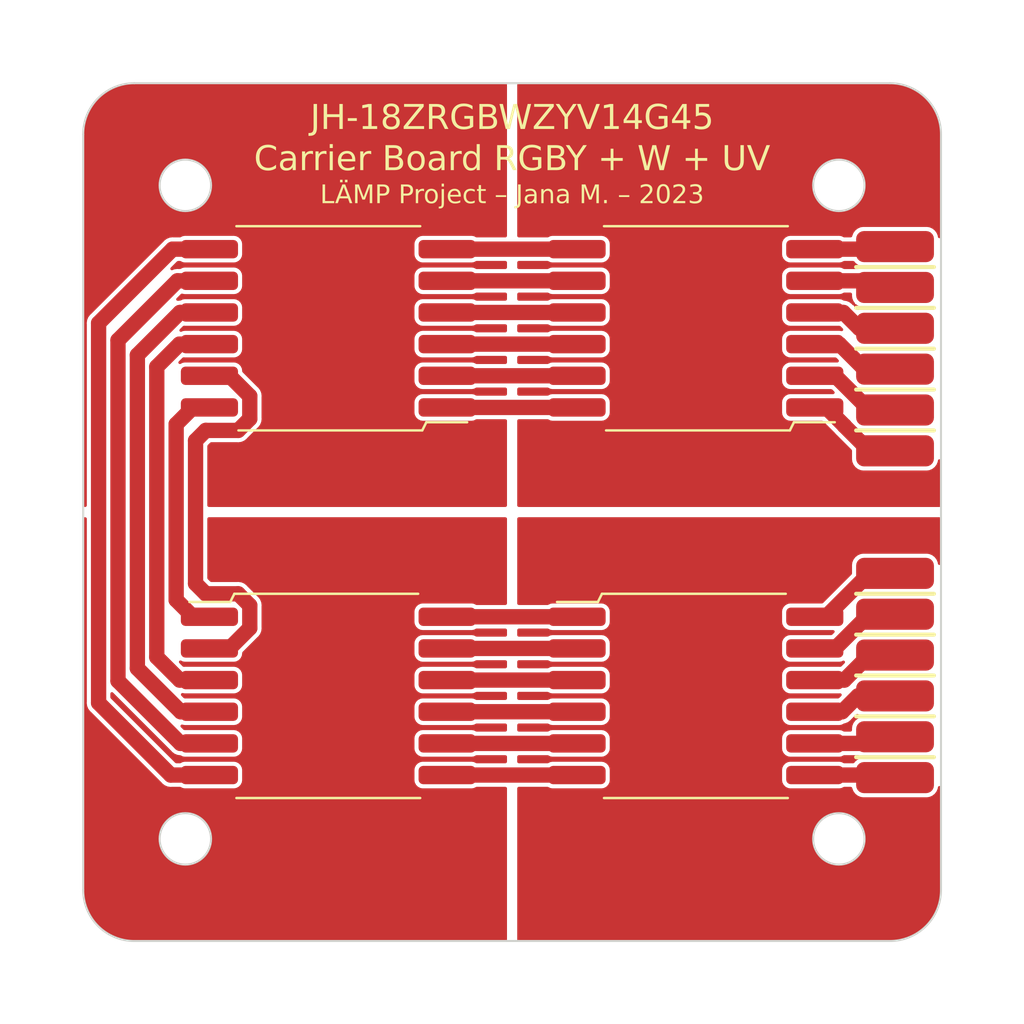
<source format=kicad_pcb>
(kicad_pcb (version 20221018) (generator pcbnew)
  (layers (0 "F.Cu" signal) (31 "B.Cu" signal) (34 "B.Paste" user) (35 "F.Paste" user) (36 "B.SilkS" user "B.Silkscreen") (37 "F.SilkS" user "F.Silkscreen") (38 "B.Mask" user) (39 "F.Mask" user) (44 "Edge.Cuts" user))
  (net 0 "")
  (net 1 "Y+")
  (net 2 "V+")
  (net 3 "W+")
  (net 4 "R+")
  (net 5 "G+")
  (net 6 "B+")
  (net 7 "Net-(D1-Pad7)")
  (net 8 "Net-(D1-Pad8)")
  (net 9 "Net-(D1-Pad9)")
  (net 10 "Net-(D1-Pad10)")
  (net 11 "Net-(D1-Pad11)")
  (net 12 "Net-(D1-Pad12)")
  (net 13 "P1")
  (net 14 "Net-(D2-Pad7)")
  (net 15 "Net-(D2-Pad8)")
  (net 16 "Net-(D2-Pad9)")
  (net 17 "Net-(D2-Pad10)")
  (net 18 "Net-(D2-Pad11)")
  (net 19 "Net-(D2-Pad12)")
  (net 20 "P2")
  (net 21 "Net-(D3-Pad7)")
  (net 22 "Net-(D3-Pad8)")
  (net 23 "Net-(D3-Pad9)")
  (net 24 "Net-(D3-Pad10)")
  (net 25 "Net-(D3-Pad11)")
  (net 26 "Net-(D3-Pad12)")
  (net 27 "P3")
  (net 28 "B-")
  (net 29 "G-")
  (net 30 "R-")
  (net 31 "W-")
  (net 32 "V-")
  (net 33 "Y-")
  (net 34 "P4")
  (footprint "otter:CONN_1x06_SMD_SIDE" (layer "F.Cu") (at 93.75 67 180)
    (fp_text reference "J1" hide)
    (fp_text value "Pos")
    (fp_line (start -1.905 -4) (end 1.905 -4) (stroke (width 0.2)) (layer "F.SilkS"))
    (fp_line (start -1.905 -2) (end 1.905 -2) (stroke (width 0.2)) (layer "F.SilkS"))
    (fp_line (start -1.905 0) (end 1.905 0) (stroke (width 0.2)) (layer "F.SilkS"))
    (fp_line (start -1.905 2) (end 1.905 2) (stroke (width 0.2)) (layer "F.SilkS"))
    (fp_line (start -1.905 4) (end 1.905 4) (stroke (width 0.2)) (layer "F.SilkS"))
    (pad "1" smd roundrect (at 0 -5 180) (size 3.81 1.524) (layers "F.Cu" "F.Paste" "F.Mask") (net 1 "Y+"))
    (pad "2" smd roundrect (at 0 -3 180) (size 3.81 1.524) (layers "F.Cu" "F.Paste" "F.Mask") (net 2 "V+"))
    (pad "3" smd roundrect (at 0 -1 180) (size 3.81 1.524) (layers "F.Cu" "F.Paste" "F.Mask") (net 3 "W+"))
    (pad "4" smd roundrect (at 0 1 180) (size 3.81 1.524) (layers "F.Cu" "F.Paste" "F.Mask") (net 4 "R+"))
    (pad "5" smd roundrect (at 0 3 180) (size 3.81 1.524) (layers "F.Cu" "F.Paste" "F.Mask") (net 5 "G+"))
    (pad "6" smd roundrect (at 0 5 180) (size 3.81 1.524) (layers "F.Cu" "F.Paste" "F.Mask") (net 6 "B+"))
  )
  (footprint "otter:JH-18ZRGBWZYV14G45" (layer "F.Cu") (at 84 84)
    (fp_text reference "D4" hide)
    (fp_text value "JH-18ZRGBWZYV14G45")
    (fp_line (start -4.8 -4.6) (end -6.8 -4.6) (stroke (width 0.12)) (layer "F.SilkS"))
    (fp_line (start -4.6 -5) (end -4.8 -4.6) (stroke (width 0.12)) (layer "F.SilkS"))
    (fp_line (start 4.4 -5) (end -4.6 -5) (stroke (width 0.12)) (layer "F.SilkS"))
    (fp_line (start 4.5 5) (end -4.5 5) (stroke (width 0.12)) (layer "F.SilkS"))
    (pad "1" smd roundrect (at -5.82 -3.875) (size 2.8 0.9) (layers "F.Cu" "F.Paste" "F.Mask") (net 26 "Net-(D3-Pad12)"))
    (pad "2" smd roundrect (at -5.82 -2.325) (size 2.8 0.9) (layers "F.Cu" "F.Paste" "F.Mask") (net 25 "Net-(D3-Pad11)"))
    (pad "3" smd roundrect (at -5.82 -0.775) (size 2.8 0.9) (layers "F.Cu" "F.Paste" "F.Mask") (net 24 "Net-(D3-Pad10)"))
    (pad "4" smd roundrect (at -5.82 0.775) (size 2.8 0.9) (layers "F.Cu" "F.Paste" "F.Mask") (net 23 "Net-(D3-Pad9)"))
    (pad "5" smd roundrect (at -5.82 2.325) (size 2.8 0.9) (layers "F.Cu" "F.Paste" "F.Mask") (net 22 "Net-(D3-Pad8)"))
    (pad "6" smd roundrect (at -5.82 3.875) (size 2.8 0.9) (layers "F.Cu" "F.Paste" "F.Mask") (net 21 "Net-(D3-Pad7)"))
    (pad "7" smd roundrect (at 5.82 3.875) (size 2.8 0.9) (layers "F.Cu" "F.Paste" "F.Mask") (net 28 "B-"))
    (pad "8" smd roundrect (at 5.82 2.325) (size 2.8 0.9) (layers "F.Cu" "F.Paste" "F.Mask") (net 29 "G-"))
    (pad "9" smd roundrect (at 5.82 0.775) (size 2.8 0.9) (layers "F.Cu" "F.Paste" "F.Mask") (net 30 "R-"))
    (pad "10" smd roundrect (at 5.82 -0.775) (size 2.8 0.9) (layers "F.Cu" "F.Paste" "F.Mask") (net 31 "W-"))
    (pad "11" smd roundrect (at 5.82 -2.325) (size 2.8 0.9) (layers "F.Cu" "F.Paste" "F.Mask") (net 32 "V-"))
    (pad "12" smd roundrect (at 5.82 -3.875) (size 2.8 0.9) (layers "F.Cu" "F.Paste" "F.Mask") (net 33 "Y-"))
    (pad "13" smd circle (at 0 0) (size 5.8 5.8) (layers "F.Cu" "F.Paste" "F.Mask") (net 34 "P4"))
  )
  (footprint "otter:JH-18ZRGBWZYV14G45" (layer "F.Cu") (at 66 84)
    (fp_text reference "D3" hide)
    (fp_text value "JH-18ZRGBWZYV14G45")
    (fp_line (start -4.8 -4.6) (end -6.8 -4.6) (stroke (width 0.12)) (layer "F.SilkS"))
    (fp_line (start -4.6 -5) (end -4.8 -4.6) (stroke (width 0.12)) (layer "F.SilkS"))
    (fp_line (start 4.4 -5) (end -4.6 -5) (stroke (width 0.12)) (layer "F.SilkS"))
    (fp_line (start 4.5 5) (end -4.5 5) (stroke (width 0.12)) (layer "F.SilkS"))
    (pad "1" smd roundrect (at -5.82 -3.875) (size 2.8 0.9) (layers "F.Cu" "F.Paste" "F.Mask") (net 19 "Net-(D2-Pad12)"))
    (pad "2" smd roundrect (at -5.82 -2.325) (size 2.8 0.9) (layers "F.Cu" "F.Paste" "F.Mask") (net 18 "Net-(D2-Pad11)"))
    (pad "3" smd roundrect (at -5.82 -0.775) (size 2.8 0.9) (layers "F.Cu" "F.Paste" "F.Mask") (net 17 "Net-(D2-Pad10)"))
    (pad "4" smd roundrect (at -5.82 0.775) (size 2.8 0.9) (layers "F.Cu" "F.Paste" "F.Mask") (net 16 "Net-(D2-Pad9)"))
    (pad "5" smd roundrect (at -5.82 2.325) (size 2.8 0.9) (layers "F.Cu" "F.Paste" "F.Mask") (net 15 "Net-(D2-Pad8)"))
    (pad "6" smd roundrect (at -5.82 3.875) (size 2.8 0.9) (layers "F.Cu" "F.Paste" "F.Mask") (net 14 "Net-(D2-Pad7)"))
    (pad "7" smd roundrect (at 5.82 3.875) (size 2.8 0.9) (layers "F.Cu" "F.Paste" "F.Mask") (net 21 "Net-(D3-Pad7)"))
    (pad "8" smd roundrect (at 5.82 2.325) (size 2.8 0.9) (layers "F.Cu" "F.Paste" "F.Mask") (net 22 "Net-(D3-Pad8)"))
    (pad "9" smd roundrect (at 5.82 0.775) (size 2.8 0.9) (layers "F.Cu" "F.Paste" "F.Mask") (net 23 "Net-(D3-Pad9)"))
    (pad "10" smd roundrect (at 5.82 -0.775) (size 2.8 0.9) (layers "F.Cu" "F.Paste" "F.Mask") (net 24 "Net-(D3-Pad10)"))
    (pad "11" smd roundrect (at 5.82 -2.325) (size 2.8 0.9) (layers "F.Cu" "F.Paste" "F.Mask") (net 25 "Net-(D3-Pad11)"))
    (pad "12" smd roundrect (at 5.82 -3.875) (size 2.8 0.9) (layers "F.Cu" "F.Paste" "F.Mask") (net 26 "Net-(D3-Pad12)"))
    (pad "13" smd circle (at 0 0) (size 5.8 5.8) (layers "F.Cu" "F.Paste" "F.Mask") (net 27 "P3"))
  )
  (footprint "otter:CONN_1x06_SMD_SIDE" (layer "F.Cu") (at 93.75 83)
    (fp_text reference "J2" hide)
    (fp_text value "Neg")
    (fp_line (start -1.905 -4) (end 1.905 -4) (stroke (width 0.2)) (layer "F.SilkS"))
    (fp_line (start -1.905 -2) (end 1.905 -2) (stroke (width 0.2)) (layer "F.SilkS"))
    (fp_line (start -1.905 0) (end 1.905 0) (stroke (width 0.2)) (layer "F.SilkS"))
    (fp_line (start -1.905 2) (end 1.905 2) (stroke (width 0.2)) (layer "F.SilkS"))
    (fp_line (start -1.905 4) (end 1.905 4) (stroke (width 0.2)) (layer "F.SilkS"))
    (pad "1" smd roundrect (at 0 -5) (size 3.81 1.524) (layers "F.Cu" "F.Paste" "F.Mask") (net 33 "Y-"))
    (pad "2" smd roundrect (at 0 -3) (size 3.81 1.524) (layers "F.Cu" "F.Paste" "F.Mask") (net 32 "V-"))
    (pad "3" smd roundrect (at 0 -1) (size 3.81 1.524) (layers "F.Cu" "F.Paste" "F.Mask") (net 31 "W-"))
    (pad "4" smd roundrect (at 0 1) (size 3.81 1.524) (layers "F.Cu" "F.Paste" "F.Mask") (net 30 "R-"))
    (pad "5" smd roundrect (at 0 3) (size 3.81 1.524) (layers "F.Cu" "F.Paste" "F.Mask") (net 29 "G-"))
    (pad "6" smd roundrect (at 0 5) (size 3.81 1.524) (layers "F.Cu" "F.Paste" "F.Mask") (net 28 "B-"))
  )
  (footprint "otter:JH-18ZRGBWZYV14G45" (layer "F.Cu") (at 84 66 180)
    (fp_text reference "D1" hide)
    (fp_text value "JH-18ZRGBWZYV14G45")
    (fp_line (start -4.8 -4.6) (end -6.8 -4.6) (stroke (width 0.12)) (layer "F.SilkS"))
    (fp_line (start -4.6 -5) (end -4.8 -4.6) (stroke (width 0.12)) (layer "F.SilkS"))
    (fp_line (start 4.4 -5) (end -4.6 -5) (stroke (width 0.12)) (layer "F.SilkS"))
    (fp_line (start 4.5 5) (end -4.5 5) (stroke (width 0.12)) (layer "F.SilkS"))
    (pad "1" smd roundrect (at -5.82 -3.875 180) (size 2.8 0.9) (layers "F.Cu" "F.Paste" "F.Mask") (net 1 "Y+"))
    (pad "2" smd roundrect (at -5.82 -2.325 180) (size 2.8 0.9) (layers "F.Cu" "F.Paste" "F.Mask") (net 2 "V+"))
    (pad "3" smd roundrect (at -5.82 -0.775 180) (size 2.8 0.9) (layers "F.Cu" "F.Paste" "F.Mask") (net 3 "W+"))
    (pad "4" smd roundrect (at -5.82 0.775 180) (size 2.8 0.9) (layers "F.Cu" "F.Paste" "F.Mask") (net 4 "R+"))
    (pad "5" smd roundrect (at -5.82 2.325 180) (size 2.8 0.9) (layers "F.Cu" "F.Paste" "F.Mask") (net 5 "G+"))
    (pad "6" smd roundrect (at -5.82 3.875 180) (size 2.8 0.9) (layers "F.Cu" "F.Paste" "F.Mask") (net 6 "B+"))
    (pad "7" smd roundrect (at 5.82 3.875 180) (size 2.8 0.9) (layers "F.Cu" "F.Paste" "F.Mask") (net 7 "Net-(D1-Pad7)"))
    (pad "8" smd roundrect (at 5.82 2.325 180) (size 2.8 0.9) (layers "F.Cu" "F.Paste" "F.Mask") (net 8 "Net-(D1-Pad8)"))
    (pad "9" smd roundrect (at 5.82 0.775 180) (size 2.8 0.9) (layers "F.Cu" "F.Paste" "F.Mask") (net 9 "Net-(D1-Pad9)"))
    (pad "10" smd roundrect (at 5.82 -0.775 180) (size 2.8 0.9) (layers "F.Cu" "F.Paste" "F.Mask") (net 10 "Net-(D1-Pad10)"))
    (pad "11" smd roundrect (at 5.82 -2.325 180) (size 2.8 0.9) (layers "F.Cu" "F.Paste" "F.Mask") (net 11 "Net-(D1-Pad11)"))
    (pad "12" smd roundrect (at 5.82 -3.875 180) (size 2.8 0.9) (layers "F.Cu" "F.Paste" "F.Mask") (net 12 "Net-(D1-Pad12)"))
    (pad "13" smd circle (at 0 0 180) (size 5.8 5.8) (layers "F.Cu" "F.Paste" "F.Mask") (net 13 "P1"))
  )
  (footprint "otter:JH-18ZRGBWZYV14G45" (layer "F.Cu") (at 66 66 180)
    (fp_text reference "D2" hide)
    (fp_text value "JH-18ZRGBWZYV14G45")
    (fp_line (start -4.8 -4.6) (end -6.8 -4.6) (stroke (width 0.12)) (layer "F.SilkS"))
    (fp_line (start -4.6 -5) (end -4.8 -4.6) (stroke (width 0.12)) (layer "F.SilkS"))
    (fp_line (start 4.4 -5) (end -4.6 -5) (stroke (width 0.12)) (layer "F.SilkS"))
    (fp_line (start 4.5 5) (end -4.5 5) (stroke (width 0.12)) (layer "F.SilkS"))
    (pad "1" smd roundrect (at -5.82 -3.875 180) (size 2.8 0.9) (layers "F.Cu" "F.Paste" "F.Mask") (net 12 "Net-(D1-Pad12)"))
    (pad "2" smd roundrect (at -5.82 -2.325 180) (size 2.8 0.9) (layers "F.Cu" "F.Paste" "F.Mask") (net 11 "Net-(D1-Pad11)"))
    (pad "3" smd roundrect (at -5.82 -0.775 180) (size 2.8 0.9) (layers "F.Cu" "F.Paste" "F.Mask") (net 10 "Net-(D1-Pad10)"))
    (pad "4" smd roundrect (at -5.82 0.775 180) (size 2.8 0.9) (layers "F.Cu" "F.Paste" "F.Mask") (net 9 "Net-(D1-Pad9)"))
    (pad "5" smd roundrect (at -5.82 2.325 180) (size 2.8 0.9) (layers "F.Cu" "F.Paste" "F.Mask") (net 8 "Net-(D1-Pad8)"))
    (pad "6" smd roundrect (at -5.82 3.875 180) (size 2.8 0.9) (layers "F.Cu" "F.Paste" "F.Mask") (net 7 "Net-(D1-Pad7)"))
    (pad "7" smd roundrect (at 5.82 3.875 180) (size 2.8 0.9) (layers "F.Cu" "F.Paste" "F.Mask") (net 14 "Net-(D2-Pad7)"))
    (pad "8" smd roundrect (at 5.82 2.325 180) (size 2.8 0.9) (layers "F.Cu" "F.Paste" "F.Mask") (net 15 "Net-(D2-Pad8)"))
    (pad "9" smd roundrect (at 5.82 0.775 180) (size 2.8 0.9) (layers "F.Cu" "F.Paste" "F.Mask") (net 16 "Net-(D2-Pad9)"))
    (pad "10" smd roundrect (at 5.82 -0.775 180) (size 2.8 0.9) (layers "F.Cu" "F.Paste" "F.Mask") (net 17 "Net-(D2-Pad10)"))
    (pad "11" smd roundrect (at 5.82 -2.325 180) (size 2.8 0.9) (layers "F.Cu" "F.Paste" "F.Mask") (net 18 "Net-(D2-Pad11)"))
    (pad "12" smd roundrect (at 5.82 -3.875 180) (size 2.8 0.9) (layers "F.Cu" "F.Paste" "F.Mask") (net 19 "Net-(D2-Pad12)"))
    (pad "13" smd circle (at 0 0 180) (size 5.8 5.8) (layers "F.Cu" "F.Paste" "F.Mask") (net 20 "P2"))
  )
  (gr_circle (center 59 59) (end 60.26 59) (stroke (width 0.1)) (fill none) (layer "Edge.Cuts"))
  (gr_arc (start 96 93.5) (mid 95.267767 95.267767) (end 93.5 96) (stroke (width 0.1)) (layer "Edge.Cuts"))
  (gr_arc (start 54 56.5) (mid 54.732233 54.732233) (end 56.5 54) (stroke (width 0.1)) (layer "Edge.Cuts"))
  (gr_line (start 96 56.5) (end 96 93.5) (stroke (width 0.1)) (layer "Edge.Cuts"))
  (gr_arc (start 56.5 96) (mid 54.732233 95.267767) (end 54 93.5) (stroke (width 0.1)) (layer "Edge.Cuts"))
  (gr_circle (center 91 59) (end 92.26 59) (stroke (width 0.1)) (fill none) (layer "Edge.Cuts"))
  (gr_circle (center 59 91) (end 60.26 91) (stroke (width 0.1)) (fill none) (layer "Edge.Cuts"))
  (gr_circle (center 91 91) (end 92.26 91) (stroke (width 0.1)) (fill none) (layer "Edge.Cuts"))
  (gr_line (start 93.5 96) (end 56.5 96) (stroke (width 0.1)) (layer "Edge.Cuts"))
  (gr_line (start 54 56.5) (end 54 93.5) (stroke (width 0.1)) (layer "Edge.Cuts"))
  (gr_arc (start 93.5 54) (mid 95.267767 54.732233) (end 96 56.5) (stroke (width 0.1)) (layer "Edge.Cuts"))
  (gr_line (start 93.5 54) (end 56.5 54) (stroke (width 0.1)) (layer "Edge.Cuts"))
  (gr_text "JH-18ZRGBWZYV14G45\nCarrier Board RGBY + W + UV" (at 75 56.75) (layer "F.SilkS") (effects (font (size 1.2 1.2) (thickness 0.12))))
  (gr_text "LÄMP Project – Jana M. – 2023" (at 75 59.5) (layer "F.SilkS") (effects (font (size 0.9 0.9) (thickness 0.12))))
  (segment (start 92.243012 71.75) (end 93.75 71.75) (width 0.75) (layer "F.Cu") (net 1))
  (segment (start 91.27 70.77) (end 91.27 70.776988) (width 0.75) (layer "F.Cu") (net 1))
  (segment (start 89.82 69.875) (end 90.375 69.875) (width 0.75) (layer "F.Cu") (net 1))
  (segment (start 91.27 70.776988) (end 92.243012 71.75) (width 0.75) (layer "F.Cu") (net 1))
  (segment (start 90.375 69.875) (end 91.27 70.77) (width 0.75) (layer "F.Cu") (net 1))
  (segment (start 90.818012 68.325) (end 92.243012 69.75) (width 0.75) (layer "F.Cu") (net 2))
  (segment (start 89.57 68.325) (end 90.818012 68.325) (width 0.75) (layer "F.Cu") (net 2))
  (segment (start 92.243012 69.75) (end 93.75 69.75) (width 0.75) (layer "F.Cu") (net 2))
  (segment (start 92.25 68) (end 93.75 68) (width 0.75) (layer "F.Cu") (net 3))
  (segment (start 91.025 66.775) (end 92.25 68) (width 0.75) (layer "F.Cu") (net 3))
  (segment (start 89.82 66.775) (end 91.025 66.775) (width 0.75) (layer "F.Cu") (net 3))
  (segment (start 91.221506 65.225) (end 89.82 65.225) (width 0.75) (layer "F.Cu") (net 4))
  (segment (start 91.996506 66) (end 91.221506 65.225) (width 0.75) (layer "F.Cu") (net 4))
  (segment (start 93.75 66) (end 91.996506 66) (width 0.75) (layer "F.Cu") (net 4))
  (segment (start 93.425 63.675) (end 93.75 64) (width 0.75) (layer "F.Cu") (net 5))
  (segment (start 89.82 63.675) (end 93.425 63.675) (width 0.75) (layer "F.Cu") (net 5))
  (segment (start 89.82 62.125) (end 93.625 62.125) (width 0.75) (layer "F.Cu") (net 6))
  (segment (start 93.625 62.125) (end 93.75 62) (width 0.75) (layer "F.Cu") (net 6))
  (segment (start 78.18 62.125) (end 71.82 62.125) (width 0.75) (layer "F.Cu") (net 7))
  (segment (start 71.82 63.675) (end 78.18 63.675) (width 0.75) (layer "F.Cu") (net 8))
  (segment (start 78.18 65.225) (end 71.82 65.225) (width 0.75) (layer "F.Cu") (net 9))
  (segment (start 71.82 66.775) (end 78.18 66.775) (width 0.75) (layer "F.Cu") (net 10))
  (segment (start 78.18 68.325) (end 71.82 68.325) (width 0.75) (layer "F.Cu") (net 11))
  (segment (start 71.82 69.875) (end 78.18 69.875) (width 0.75) (layer "F.Cu") (net 12))
  (segment (start 54.752495 65.747505) (end 54.752495 84.340681) (width 0.75) (layer "F.Cu") (net 14))
  (segment (start 54.752495 84.340681) (end 58.286814 87.875) (width 0.75) (layer "F.Cu") (net 14))
  (segment (start 60.18 62.125) (end 58.375 62.125) (width 0.75) (layer "F.Cu") (net 14))
  (segment (start 58.375 62.125) (end 54.752495 65.747505) (width 0.75) (layer "F.Cu") (net 14))
  (segment (start 58.286814 87.875) (end 60.18 87.875) (width 0.75) (layer "F.Cu") (net 14))
  (segment (start 55.701996 66.584953) (end 58.611949 63.675) (width 0.75) (layer "F.Cu") (net 15))
  (segment (start 60.18 86.325) (end 58.761814 86.325) (width 0.75) (layer "F.Cu") (net 15))
  (segment (start 55.701996 83.265182) (end 55.701996 66.584953) (width 0.75) (layer "F.Cu") (net 15))
  (segment (start 58.761814 86.325) (end 55.701996 83.265182) (width 0.75) (layer "F.Cu") (net 15))
  (segment (start 58.611949 63.675) (end 60.18 63.675) (width 0.75) (layer "F.Cu") (net 15))
  (segment (start 58.775 84.775) (end 60.18 84.775) (width 0.75) (layer "F.Cu") (net 16))
  (segment (start 56.651497 67.310317) (end 56.651497 82.651497) (width 0.75) (layer "F.Cu") (net 16))
  (segment (start 58.736814 65.225) (end 56.651497 67.310317) (width 0.75) (layer "F.Cu") (net 16))
  (segment (start 60.18 65.225) (end 58.736814 65.225) (width 0.75) (layer "F.Cu") (net 16))
  (segment (start 56.651497 82.651497) (end 58.775 84.775) (width 0.75) (layer "F.Cu") (net 16))
  (segment (start 60.18 66.775) (end 58.711814 66.775) (width 0.75) (layer "F.Cu") (net 17))
  (segment (start 57.600998 82.100998) (end 58.725 83.225) (width 0.75) (layer "F.Cu") (net 17))
  (segment (start 58.725 83.225) (end 60.18 83.225) (width 0.75) (layer "F.Cu") (net 17))
  (segment (start 58.711814 66.775) (end 57.600998 67.885816) (width 0.75) (layer "F.Cu") (net 17))
  (segment (start 57.600998 67.885816) (end 57.600998 82.100998) (width 0.75) (layer "F.Cu") (net 17))
  (segment (start 61.586371 79) (end 62.155 79.568629) (width 0.75) (layer "F.Cu") (net 18))
  (segment (start 62.155 70.431371) (end 61.586371 71) (width 0.75) (layer "F.Cu") (net 18))
  (segment (start 59.5 71.5) (end 59.5 78.5) (width 0.75) (layer "F.Cu") (net 18))
  (segment (start 61.586371 71) (end 60 71) (width 0.75) (layer "F.Cu") (net 18))
  (segment (start 59.5 78.5) (end 60 79) (width 0.75) (layer "F.Cu") (net 18))
  (segment (start 60.18 68.325) (end 61.161371 68.325) (width 0.75) (layer "F.Cu") (net 18))
  (segment (start 61.161371 81.675) (end 60.18 81.675) (width 0.75) (layer "F.Cu") (net 18))
  (segment (start 62.155 69.318629) (end 62.155 70.431371) (width 0.75) (layer "F.Cu") (net 18))
  (segment (start 60 79) (end 61.586371 79) (width 0.75) (layer "F.Cu") (net 18))
  (segment (start 62.155 79.568629) (end 62.155 80.681371) (width 0.75) (layer "F.Cu") (net 18))
  (segment (start 62.155 80.681371) (end 61.161371 81.675) (width 0.75) (layer "F.Cu") (net 18))
  (segment (start 60 71) (end 59.5 71.5) (width 0.75) (layer "F.Cu") (net 18))
  (segment (start 61.161371 68.325) (end 62.155 69.318629) (width 0.75) (layer "F.Cu") (net 18))
  (segment (start 60.18 80.125) (end 59.375 80.125) (width 0.75) (layer "F.Cu") (net 19))
  (segment (start 59.375 69.875) (end 60.18 69.875) (width 0.75) (layer "F.Cu") (net 19))
  (segment (start 59.375 80.125) (end 58.550499 79.300499) (width 0.75) (layer "F.Cu") (net 19))
  (segment (start 58.550499 70.699501) (end 59.375 69.875) (width 0.75) (layer "F.Cu") (net 19))
  (segment (start 58.550499 79.300499) (end 58.550499 70.699501) (width 0.75) (layer "F.Cu") (net 19))
  (segment (start 71.82 87.875) (end 78.18 87.875) (width 0.75) (layer "F.Cu") (net 21))
  (segment (start 78.18 86.325) (end 71.82 86.325) (width 0.75) (layer "F.Cu") (net 22))
  (segment (start 78.18 84.775) (end 71.82 84.775) (width 0.75) (layer "F.Cu") (net 23))
  (segment (start 71.82 83.225) (end 78.18 83.225) (width 0.75) (layer "F.Cu") (net 24))
  (segment (start 78.18 81.675) (end 71.82 81.675) (width 0.75) (layer "F.Cu") (net 25))
  (segment (start 71.82 80.125) (end 78.18 80.125) (width 0.75) (layer "F.Cu") (net 26))
  (segment (start 89.82 87.875) (end 93.625 87.875) (width 0.75) (layer "F.Cu") (net 28))
  (segment (start 93.625 87.875) (end 93.75 88) (width 0.75) (layer "F.Cu") (net 28))
  (segment (start 93.425 86.325) (end 93.75 86) (width 0.75) (layer "F.Cu") (net 29))
  (segment (start 89.82 86.325) (end 93.425 86.325) (width 0.75) (layer "F.Cu") (net 29))
  (segment (start 93.75 84) (end 91.933202 84) (width 0.75) (layer "F.Cu") (net 30))
  (segment (start 91.158202 84.775) (end 89.82 84.775) (width 0.75) (layer "F.Cu") (net 30))
  (segment (start 91.933202 84) (end 91.158202 84.775) (width 0.75) (layer "F.Cu") (net 30))
  (segment (start 91.268012 83.225) (end 92.493012 82) (width 0.75) (layer "F.Cu") (net 31))
  (segment (start 89.82 83.225) (end 91.268012 83.225) (width 0.75) (layer "F.Cu") (net 31))
  (segment (start 92.493012 82) (end 93.75 82) (width 0.75) (layer "F.Cu") (net 31))
  (segment (start 89.57 81.675) (end 90.818012 81.675) (width 0.75) (layer "F.Cu") (net 32))
  (segment (start 90.818012 81.675) (end 92.493012 80) (width 0.75) (layer "F.Cu") (net 32))
  (segment (start 92.493012 80) (end 93.75 80) (width 0.75) (layer "F.Cu") (net 32))
  (segment (start 92.493012 78) (end 93.75 78) (width 0.75) (layer "F.Cu") (net 33))
  (segment (start 90.368012 80.125) (end 92.493012 78) (width 0.75) (layer "F.Cu") (net 33))
  (segment (start 89.57 80.125) (end 90.368012 80.125) (width 0.75) (layer "F.Cu") (net 33))
  (zone (net 27) (net_name "P3") (layer "F.Cu") (connect_pads yes (clearance 0.2)) (min_thickness 0.154) (fill yes (thermal_gap 0.508) (thermal_bridge_width 0.508))
    (polygon (pts (xy 74.75 75.25) (xy 74.75 97.750001) (xy 52.25 97.75) (xy 52.249999 75.25)))
  )
  (zone (net 20) (net_name "P2") (layer "F.Cu") (connect_pads yes (clearance 0.2)) (min_thickness 0.154) (fill yes (thermal_gap 0.508) (thermal_bridge_width 0.508))
    (polygon (pts (xy 74.75 74.75) (xy 52.25 74.75) (xy 52.25 52.25) (xy 74.75 52.25)))
  )
  (zone (net 13) (net_name "P1") (layer "F.Cu") (connect_pads yes (clearance 0.2)) (min_thickness 0.154) (fill yes (thermal_gap 0.508) (thermal_bridge_width 0.508))
    (polygon (pts (xy 75.25 74.75) (xy 75.25 52.249999) (xy 97.75 52.25) (xy 97.750001 74.75)))
  )
  (zone (net 34) (net_name "P4") (layer "F.Cu") (connect_pads yes (clearance 0.2)) (min_thickness 0.154) (fill yes (thermal_gap 0.508) (thermal_bridge_width 0.508))
    (polygon (pts (xy 75.25 75.25) (xy 97.750001 75.25) (xy 97.75 97.75) (xy 75.25 97.750001)))
  )
)
</source>
